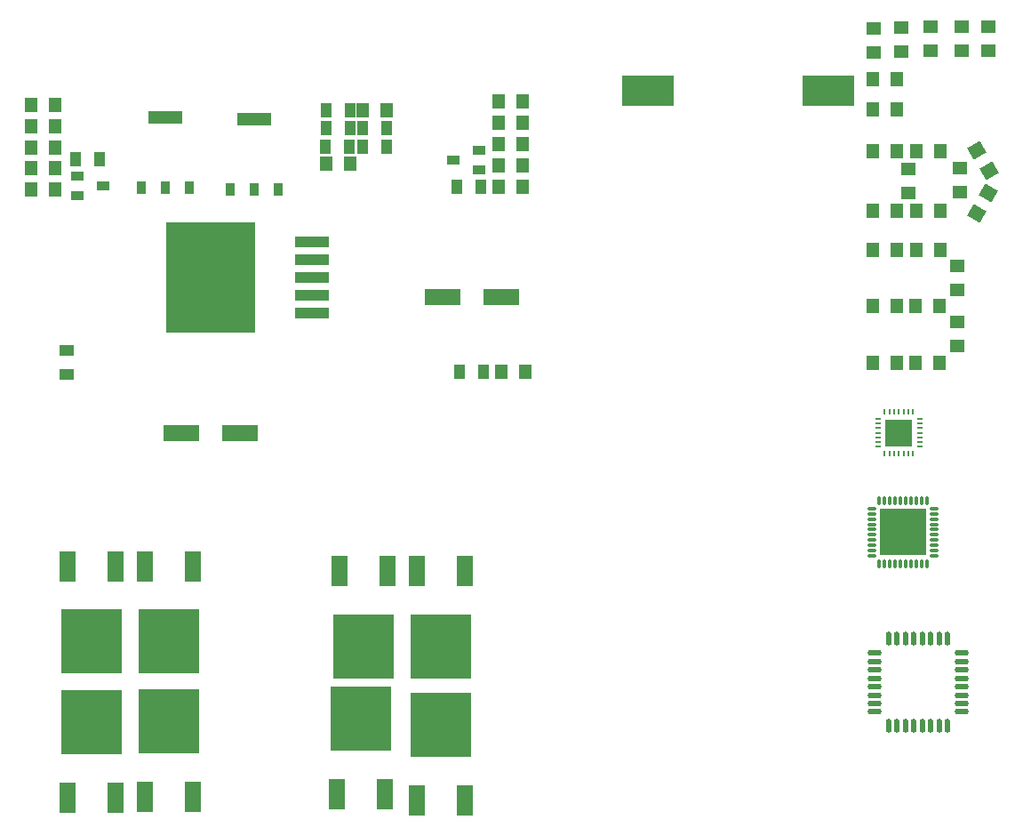
<source format=gtp>
G04*
G04 #@! TF.GenerationSoftware,Altium Limited,Altium Designer,18.1.6 (161)*
G04*
G04 Layer_Color=8421504*
%FSTAX24Y24*%
%MOIN*%
G70*
G01*
G75*
%ADD21R,0.1969X0.1181*%
%ADD22O,0.0110X0.0335*%
%ADD23O,0.0335X0.0110*%
%ADD24R,0.1772X0.1772*%
%ADD25O,0.0256X0.0079*%
%ADD26O,0.0079X0.0256*%
%ADD27R,0.0984X0.0984*%
%ADD28O,0.0531X0.0217*%
%ADD29O,0.0217X0.0531*%
%ADD30R,0.0500X0.0550*%
%ADD31R,0.0550X0.0500*%
G04:AMPARAMS|DCode=32|XSize=50mil|YSize=55mil|CornerRadius=0mil|HoleSize=0mil|Usage=FLASHONLY|Rotation=240.000|XOffset=0mil|YOffset=0mil|HoleType=Round|Shape=Rectangle|*
%AMROTATEDRECTD32*
4,1,4,-0.0113,0.0354,0.0363,0.0079,0.0113,-0.0354,-0.0363,-0.0079,-0.0113,0.0354,0.0*
%
%ADD32ROTATEDRECTD32*%

G04:AMPARAMS|DCode=33|XSize=50mil|YSize=55mil|CornerRadius=0mil|HoleSize=0mil|Usage=FLASHONLY|Rotation=120.000|XOffset=0mil|YOffset=0mil|HoleType=Round|Shape=Rectangle|*
%AMROTATEDRECTD33*
4,1,4,0.0363,-0.0079,-0.0113,-0.0354,-0.0363,0.0079,0.0113,0.0354,0.0363,-0.0079,0.0*
%
%ADD33ROTATEDRECTD33*%

%ADD34R,0.0550X0.0394*%
%ADD35R,0.1378X0.0630*%
%ADD36R,0.3331X0.4146*%
%ADD37R,0.1264X0.0413*%
%ADD38R,0.0394X0.0550*%
%ADD39R,0.2283X0.2441*%
%ADD40R,0.0630X0.1181*%
%ADD41R,0.0366X0.0516*%
%ADD42R,0.1276X0.0516*%
%ADD43R,0.0472X0.0335*%
G36*
X095772Y062132D02*
X095276D01*
Y062691D01*
X095772D01*
Y062132D01*
D02*
G37*
G36*
X094937D02*
X094441D01*
Y062691D01*
X094937D01*
Y062132D01*
D02*
G37*
G36*
X094103D02*
X093607D01*
Y062691D01*
X094103D01*
Y062132D01*
D02*
G37*
G36*
X093268D02*
X092772D01*
Y062691D01*
X093268D01*
Y062132D01*
D02*
G37*
G36*
X095772Y061301D02*
X095276D01*
Y06186D01*
X095772D01*
Y061301D01*
D02*
G37*
G36*
X094937D02*
X094441D01*
Y06186D01*
X094937D01*
Y061301D01*
D02*
G37*
G36*
X094103D02*
X093607D01*
Y06186D01*
X094103D01*
Y061301D01*
D02*
G37*
G36*
X093268D02*
X092772D01*
Y06186D01*
X093268D01*
Y061301D01*
D02*
G37*
G36*
X095772Y06047D02*
X095276D01*
Y06103D01*
X095772D01*
Y06047D01*
D02*
G37*
G36*
X094937D02*
X094441D01*
Y06103D01*
X094937D01*
Y06047D01*
D02*
G37*
G36*
X094103D02*
X093607D01*
Y06103D01*
X094103D01*
Y06047D01*
D02*
G37*
G36*
X093268D02*
X092772D01*
Y06103D01*
X093268D01*
Y06047D01*
D02*
G37*
G36*
X095772Y05964D02*
X095276D01*
Y060199D01*
X095772D01*
Y05964D01*
D02*
G37*
G36*
X094937D02*
X094441D01*
Y060199D01*
X094937D01*
Y05964D01*
D02*
G37*
G36*
X094103D02*
X093607D01*
Y060199D01*
X094103D01*
Y05964D01*
D02*
G37*
G36*
X093268D02*
X092772D01*
Y060199D01*
X093268D01*
Y05964D01*
D02*
G37*
G36*
X095772Y058809D02*
X095276D01*
Y059368D01*
X095772D01*
Y058809D01*
D02*
G37*
G36*
X094937D02*
X094441D01*
Y059368D01*
X094937D01*
Y058809D01*
D02*
G37*
G36*
X094103D02*
X093607D01*
Y059368D01*
X094103D01*
Y058809D01*
D02*
G37*
G36*
X093268D02*
X092772D01*
Y059368D01*
X093268D01*
Y058809D01*
D02*
G37*
D21*
X11065Y06775D02*
D03*
X117422D02*
D03*
D22*
X119343Y05237D02*
D03*
X11954D02*
D03*
X119737D02*
D03*
X119933D02*
D03*
X12013D02*
D03*
X120327D02*
D03*
X120524D02*
D03*
X120721D02*
D03*
X120918D02*
D03*
X121115D02*
D03*
Y050027D02*
D03*
X120918D02*
D03*
X120721D02*
D03*
X120524D02*
D03*
X120327D02*
D03*
X12013D02*
D03*
X119933D02*
D03*
X119737D02*
D03*
X11954D02*
D03*
X119343D02*
D03*
D23*
X1214Y052084D02*
D03*
Y051887D02*
D03*
Y051691D02*
D03*
Y051494D02*
D03*
Y051297D02*
D03*
Y0511D02*
D03*
Y050903D02*
D03*
Y050706D02*
D03*
Y050509D02*
D03*
Y050313D02*
D03*
X119057D02*
D03*
Y050509D02*
D03*
Y050706D02*
D03*
Y050903D02*
D03*
Y0511D02*
D03*
Y051297D02*
D03*
Y051494D02*
D03*
Y051691D02*
D03*
Y051887D02*
D03*
Y052084D02*
D03*
D24*
X120229Y051198D02*
D03*
D25*
X119295Y055459D02*
D03*
Y055282D02*
D03*
Y055104D02*
D03*
Y054927D02*
D03*
Y05475D02*
D03*
Y054573D02*
D03*
Y054396D02*
D03*
X12085D02*
D03*
Y054573D02*
D03*
Y05475D02*
D03*
Y054927D02*
D03*
Y055104D02*
D03*
Y055282D02*
D03*
Y055459D02*
D03*
D26*
X119541Y05415D02*
D03*
X119718D02*
D03*
X119895D02*
D03*
X120072D02*
D03*
X12025D02*
D03*
X120427D02*
D03*
X120604D02*
D03*
Y055705D02*
D03*
X120427D02*
D03*
X12025D02*
D03*
X120072D02*
D03*
X119895D02*
D03*
X119718D02*
D03*
X119541D02*
D03*
D27*
X120072Y054927D02*
D03*
D28*
X119161Y046669D02*
D03*
Y046354D02*
D03*
Y046039D02*
D03*
Y045724D02*
D03*
Y045409D02*
D03*
Y045094D02*
D03*
Y044779D02*
D03*
Y044464D02*
D03*
X122429D02*
D03*
Y044779D02*
D03*
Y045094D02*
D03*
Y045409D02*
D03*
Y045724D02*
D03*
Y046039D02*
D03*
Y046354D02*
D03*
Y046669D02*
D03*
D29*
X119693Y043932D02*
D03*
X120007D02*
D03*
X120322D02*
D03*
X120637D02*
D03*
X120952D02*
D03*
X121267D02*
D03*
X121582D02*
D03*
X121897D02*
D03*
Y0472D02*
D03*
X121582D02*
D03*
X121267D02*
D03*
X120952D02*
D03*
X120637D02*
D03*
X120322D02*
D03*
X120007D02*
D03*
X119693D02*
D03*
D30*
X119088Y068183D02*
D03*
X119988D02*
D03*
X119088Y063233D02*
D03*
X119988D02*
D03*
X120725D02*
D03*
X121625D02*
D03*
X120725Y065476D02*
D03*
X121625D02*
D03*
X119088Y065483D02*
D03*
X119988D02*
D03*
X119088Y067033D02*
D03*
X119988D02*
D03*
X120701Y059683D02*
D03*
X121601D02*
D03*
X119098D02*
D03*
X119998D02*
D03*
X12072Y061783D02*
D03*
X12162D02*
D03*
X119098D02*
D03*
X119998D02*
D03*
X120701Y057533D02*
D03*
X121601D02*
D03*
X119098D02*
D03*
X119998D02*
D03*
X0995Y065D02*
D03*
X0986D02*
D03*
X10085Y067D02*
D03*
X09995D02*
D03*
X087525Y06405D02*
D03*
X088425D02*
D03*
X087525Y065625D02*
D03*
X088425D02*
D03*
X087525Y066413D02*
D03*
X088425D02*
D03*
X087525Y064837D02*
D03*
X088425D02*
D03*
X087525Y0672D02*
D03*
X088425D02*
D03*
X10595Y06735D02*
D03*
X10505D02*
D03*
X10595Y06575D02*
D03*
X10505D02*
D03*
X10595Y06655D02*
D03*
X10505D02*
D03*
X10595Y06415D02*
D03*
X10505D02*
D03*
X10595Y06495D02*
D03*
X10505D02*
D03*
X10515Y0572D02*
D03*
X10605D02*
D03*
D31*
X119125Y070083D02*
D03*
Y069183D02*
D03*
X120175Y070118D02*
D03*
Y069218D02*
D03*
X121275Y070146D02*
D03*
Y069246D02*
D03*
X122424Y070146D02*
D03*
Y069246D02*
D03*
X123425Y070146D02*
D03*
Y069246D02*
D03*
X120425Y0648D02*
D03*
Y0639D02*
D03*
X122375Y06485D02*
D03*
Y06395D02*
D03*
X122275Y060283D02*
D03*
Y061183D02*
D03*
X122274Y059083D02*
D03*
Y058183D02*
D03*
D32*
X122986Y063133D02*
D03*
X123436Y063913D02*
D03*
D33*
X123011Y065513D02*
D03*
X123461Y064733D02*
D03*
D34*
X08885Y058D02*
D03*
Y0571D02*
D03*
D35*
X10515Y06D02*
D03*
X102945D02*
D03*
X09315Y0549D02*
D03*
X095355D02*
D03*
D36*
X094272Y06075D02*
D03*
D37*
X098063Y062089D02*
D03*
Y061419D02*
D03*
Y06075D02*
D03*
Y060081D02*
D03*
Y059411D02*
D03*
D38*
X09945Y06565D02*
D03*
X09855D02*
D03*
X0986Y067D02*
D03*
X0995D02*
D03*
X100863Y06635D02*
D03*
X099963D02*
D03*
X0995D02*
D03*
X0986D02*
D03*
X10085Y06565D02*
D03*
X09995D02*
D03*
X1044Y06415D02*
D03*
X1035D02*
D03*
X0892Y065175D02*
D03*
X0901D02*
D03*
X1045Y0572D02*
D03*
X1036D02*
D03*
D39*
X0898Y0471D02*
D03*
X1029Y043975D02*
D03*
Y046925D02*
D03*
X0999Y0442D02*
D03*
X1Y046925D02*
D03*
X0927Y0441D02*
D03*
Y0471D02*
D03*
X0898Y044077D02*
D03*
D40*
X0889Y049927D02*
D03*
X0907D02*
D03*
X102Y041148D02*
D03*
X1038D02*
D03*
Y049752D02*
D03*
X102D02*
D03*
X099Y041373D02*
D03*
X1008D02*
D03*
X1009Y049752D02*
D03*
X0991D02*
D03*
X0918Y041273D02*
D03*
X0936D02*
D03*
Y049927D02*
D03*
X0918D02*
D03*
X0889Y04125D02*
D03*
X0907D02*
D03*
D41*
X094998Y064033D02*
D03*
X0959D02*
D03*
X096802D02*
D03*
X091648Y0641D02*
D03*
X09255D02*
D03*
X093452D02*
D03*
D42*
X0959Y066667D02*
D03*
X09255Y066734D02*
D03*
D43*
X089258Y064549D02*
D03*
X08926Y063805D02*
D03*
X090242Y064175D02*
D03*
X104342Y064776D02*
D03*
X10434Y06552D02*
D03*
X103358Y06515D02*
D03*
M02*

</source>
